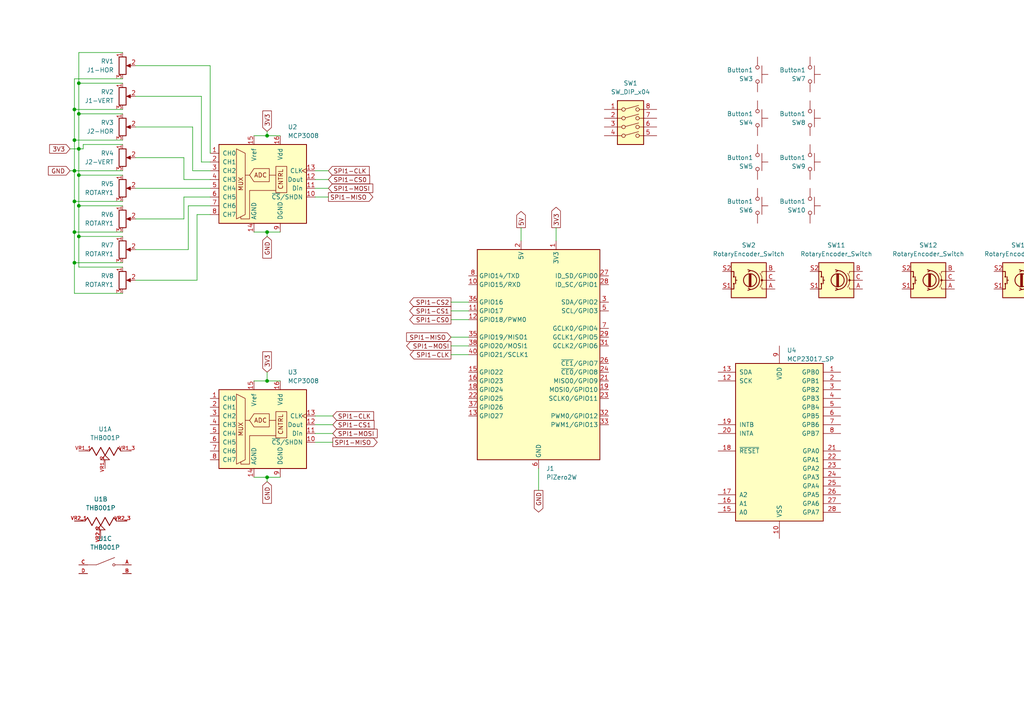
<source format=kicad_sch>
(kicad_sch (version 20231120) (generator "eeschema") (generator_version "8.0")
  (paper "A4")
  (lib_symbols
    (symbol "Analog_ADC:MCP3008" (pin_names (offset 1.016))
      (property "Reference" "U" (at -5.08 13.335 0))
      (property "Value" "MCP3008" (at -5.08 11.43 0))
      (symbol "MCP3008_0_0"
        (text "ADC" (at -0.635 1.27 0) (effects (font (size 1.27 1.27))))
        (text "CNTRL" (at 5.969 -2.921 900) (effects (font (size 1.27 1.27)) (justify left bottom)))
        (text "MUX" (at -6.35 -1.27 900) (effects (font (size 1.27 1.27))))
      )
      (symbol "MCP3008_0_1"
        (polyline (pts (xy -3.81 1.27) (xy -5.08 1.27)))
        (polyline (pts (xy 1.905 1.27) (xy 3.81 1.27)))
        (polyline (pts (xy -7.62 8.89) (xy -7.62 -11.43) (xy -5.08 -10.16) (xy -5.08 7.62) (xy -7.62 8.89)))
        (polyline (pts (xy 3.81 -3.175) (xy -3.81 -3.175) (xy -3.81 -11.43) (xy -6.35 -11.43) (xy -6.35 -10.795)))
        (polyline (pts (xy 1.905 3.175) (xy 1.905 -0.635) (xy -2.54 -0.635) (xy -3.81 1.27) (xy -2.54 3.175) (xy 1.905 3.175)))
        (rectangle (start 3.81 -3.81) (end 6.985 3.81))
        (rectangle (start 12.7 -12.7) (end -12.7 10.16) (stroke (width 0.254)) (fill (type background)))
      )
      (symbol "MCP3008_1_1"
        (pin input line (at -15.24 7.62 0) (length 2.54) (name "CH0") (number "1"))
        (pin input line (at 15.24 -5.08 180) (length 2.54) (name "~{CS}/SHDN") (number "10"))
        (pin input line (at 15.24 -2.54 180) (length 2.54) (name "Din") (number "11"))
        (pin output line (at 15.24 0 180) (length 2.54) (name "Dout") (number "12"))
        (pin input clock (at 15.24 2.54 180) (length 2.54) (name "CLK") (number "13"))
        (pin power_in line (at -2.54 -15.24 90) (length 2.54) (name "AGND") (number "14"))
        (pin power_in line (at -2.54 12.7 270) (length 2.54) (name "Vref") (number "15"))
        (pin power_in line (at 5.08 12.7 270) (length 2.54) (name "Vdd") (number "16"))
        (pin input line (at -15.24 5.08 0) (length 2.54) (name "CH1") (number "2"))
        (pin input line (at -15.24 2.54 0) (length 2.54) (name "CH2") (number "3"))
        (pin input line (at -15.24 0 0) (length 2.54) (name "CH3") (number "4"))
        (pin input line (at -15.24 -2.54 0) (length 2.54) (name "CH4") (number "5"))
        (pin input line (at -15.24 -5.08 0) (length 2.54) (name "CH5") (number "6"))
        (pin input line (at -15.24 -7.62 0) (length 2.54) (name "CH6") (number "7"))
        (pin input line (at -15.24 -10.16 0) (length 2.54) (name "CH7") (number "8"))
        (pin power_in line (at 5.08 -15.24 90) (length 2.54) (name "DGND") (number "9"))
      )
    )
    (symbol "Connector:Raspberry_Pi_2_3"
      (property "Reference" "J" (at -17.78 31.75 0))
      (property "Value" "Raspberry_Pi_2_3" (at 10.16 -31.75 0))
      (symbol "Raspberry_Pi_2_3_0_1"
        (rectangle (start -17.78 30.48) (end 17.78 -30.48) (stroke (width 0.254)) (fill (type background)))
      )
      (symbol "Raspberry_Pi_2_3_1_1"
        (pin power_in line (at 5.08 33.02 270) (length 2.54) (name "3V3") (number "1"))
        (pin bidirectional line (at -20.32 20.32 0) (length 2.54) (name "GPIO15/RXD") (number "10"))
        (pin bidirectional line (at -20.32 12.7 0) (length 2.54) (name "GPIO17") (number "11"))
        (pin bidirectional line (at -20.32 10.16 0) (length 2.54) (name "GPIO18/PWM0") (number "12"))
        (pin bidirectional line (at -20.32 -17.78 0) (length 2.54) (name "GPIO27") (number "13"))
        (pin passive line (at 0 -33.02 90) (length 2.54) hide (name "GND") (number "14"))
        (pin bidirectional line (at -20.32 -5.08 0) (length 2.54) (name "GPIO22") (number "15"))
        (pin bidirectional line (at -20.32 -7.62 0) (length 2.54) (name "GPIO23") (number "16"))
        (pin passive line (at 5.08 33.02 270) (length 2.54) hide (name "3V3") (number "17"))
        (pin bidirectional line (at -20.32 -10.16 0) (length 2.54) (name "GPIO24") (number "18"))
        (pin bidirectional line (at 20.32 -10.16 180) (length 2.54) (name "MOSI0/GPIO10") (number "19"))
        (pin power_in line (at -5.08 33.02 270) (length 2.54) (name "5V") (number "2"))
        (pin passive line (at 0 -33.02 90) (length 2.54) hide (name "GND") (number "20"))
        (pin bidirectional line (at 20.32 -7.62 180) (length 2.54) (name "MISO0/GPIO9") (number "21"))
        (pin bidirectional line (at -20.32 -12.7 0) (length 2.54) (name "GPIO25") (number "22"))
        (pin bidirectional line (at 20.32 -12.7 180) (length 2.54) (name "SCLK0/GPIO11") (number "23"))
        (pin bidirectional line (at 20.32 -5.08 180) (length 2.54) (name "~{CE0}/GPIO8") (number "24"))
        (pin passive line (at 0 -33.02 90) (length 2.54) hide (name "GND") (number "25"))
        (pin bidirectional line (at 20.32 -2.54 180) (length 2.54) (name "~{CE1}/GPIO7") (number "26"))
        (pin bidirectional line (at 20.32 22.86 180) (length 2.54) (name "ID_SD/GPIO0") (number "27"))
        (pin bidirectional line (at 20.32 20.32 180) (length 2.54) (name "ID_SC/GPIO1") (number "28"))
        (pin bidirectional line (at 20.32 5.08 180) (length 2.54) (name "GCLK1/GPIO5") (number "29"))
        (pin bidirectional line (at 20.32 15.24 180) (length 2.54) (name "SDA/GPIO2") (number "3"))
        (pin passive line (at 0 -33.02 90) (length 2.54) hide (name "GND") (number "30"))
        (pin bidirectional line (at 20.32 2.54 180) (length 2.54) (name "GCLK2/GPIO6") (number "31"))
        (pin bidirectional line (at 20.32 -17.78 180) (length 2.54) (name "PWM0/GPIO12") (number "32"))
        (pin bidirectional line (at 20.32 -20.32 180) (length 2.54) (name "PWM1/GPIO13") (number "33"))
        (pin passive line (at 0 -33.02 90) (length 2.54) hide (name "GND") (number "34"))
        (pin bidirectional line (at -20.32 5.08 0) (length 2.54) (name "GPIO19/MISO1") (number "35"))
        (pin bidirectional line (at -20.32 15.24 0) (length 2.54) (name "GPIO16") (number "36"))
        (pin bidirectional line (at -20.32 -15.24 0) (length 2.54) (name "GPIO26") (number "37"))
        (pin bidirectional line (at -20.32 2.54 0) (length 2.54) (name "GPIO20/MOSI1") (number "38"))
        (pin passive line (at 0 -33.02 90) (length 2.54) hide (name "GND") (number "39"))
        (pin passive line (at -5.08 33.02 270) (length 2.54) hide (name "5V") (number "4"))
        (pin bidirectional line (at -20.32 0 0) (length 2.54) (name "GPIO21/SCLK1") (number "40"))
        (pin bidirectional line (at 20.32 12.7 180) (length 2.54) (name "SCL/GPIO3") (number "5"))
        (pin power_in line (at 0 -33.02 90) (length 2.54) (name "GND") (number "6"))
        (pin bidirectional line (at 20.32 7.62 180) (length 2.54) (name "GCLK0/GPIO4") (number "7"))
        (pin bidirectional line (at -20.32 22.86 0) (length 2.54) (name "GPIO14/TXD") (number "8"))
        (pin passive line (at 0 -33.02 90) (length 2.54) hide (name "GND") (number "9"))
      )
    )
    (symbol "Device:R_Potentiometer" (pin_names (offset 1.016) hide)
      (property "Reference" "RV" (at -4.445 0 90))
      (property "Value" "R_Potentiometer" (at -2.54 0 90))
      (symbol "R_Potentiometer_0_1"
        (polyline (pts (xy 2.54 0) (xy 1.524 0)))
        (polyline (pts (xy 1.143 0) (xy 2.286 0.508) (xy 2.286 -0.508) (xy 1.143 0)) (fill (type outline)))
        (rectangle (start 1.016 2.54) (end -1.016 -2.54) (stroke (width 0.254)))
      )
      (symbol "R_Potentiometer_1_1"
        (pin passive line (at 0 3.81 270) (length 1.27) (name "1") (number "1"))
        (pin passive line (at 3.81 0 180) (length 1.27) (name "2") (number "2"))
        (pin passive line (at 0 -3.81 90) (length 1.27) (name "3") (number "3"))
      )
    )
    (symbol "Device:RotaryEncoder_Switch" (pin_names (offset 0.254) hide)
      (property "Reference" "SW" (at 0 6.604 0))
      (property "Value" "RotaryEncoder_Switch" (at 0 -6.604 0))
      (symbol "RotaryEncoder_Switch_0_1"
        (rectangle (start -5.08 5.08) (end 5.08 -5.08) (stroke (width 0.254)) (fill (type background)))
        (circle (center -3.81 0) (radius 0.254) (fill (type outline)))
        (circle (center -0.381 0) (radius 1.905) (stroke (width 0.254)))
        (arc (start -0.381 2.667) (mid -3.0988 -0.0635) (end -0.381 -2.794) (stroke (width 0.254)))
        (polyline (pts (xy -0.635 -1.778) (xy -0.635 1.778)) (stroke (width 0.254)))
        (polyline (pts (xy -0.381 -1.778) (xy -0.381 1.778)) (stroke (width 0.254)))
        (polyline (pts (xy -0.127 1.778) (xy -0.127 -1.778)) (stroke (width 0.254)))
        (polyline (pts (xy 3.81 0) (xy 3.429 0)) (stroke (width 0.254)))
        (polyline (pts (xy 3.81 1.016) (xy 3.81 -1.016)) (stroke (width 0.254)))
        (polyline (pts (xy -5.08 -2.54) (xy -3.81 -2.54) (xy -3.81 -2.032)))
        (polyline (pts (xy -5.08 2.54) (xy -3.81 2.54) (xy -3.81 2.032)))
        (polyline (pts (xy 0.254 -3.048) (xy -0.508 -2.794) (xy 0.127 -2.413)) (stroke (width 0.254)))
        (polyline (pts (xy 0.254 2.921) (xy -0.508 2.667) (xy 0.127 2.286)) (stroke (width 0.254)))
        (polyline (pts (xy 5.08 -2.54) (xy 4.318 -2.54) (xy 4.318 -1.016)) (stroke (width 0.254)))
        (polyline (pts (xy 5.08 2.54) (xy 4.318 2.54) (xy 4.318 1.016)) (stroke (width 0.254)))
        (polyline (pts (xy -5.08 0) (xy -3.81 0) (xy -3.81 -1.016) (xy -3.302 -2.032)))
        (polyline (pts (xy -4.318 0) (xy -3.81 0) (xy -3.81 1.016) (xy -3.302 2.032)))
        (circle (center 4.318 -1.016) (radius 0.127) (stroke (width 0.254)))
        (circle (center 4.318 1.016) (radius 0.127) (stroke (width 0.254)))
      )
      (symbol "RotaryEncoder_Switch_1_1"
        (pin passive line (at -7.62 2.54 0) (length 2.54) (name "A") (number "A"))
        (pin passive line (at -7.62 -2.54 0) (length 2.54) (name "B") (number "B"))
        (pin passive line (at -7.62 0 0) (length 2.54) (name "C") (number "C"))
        (pin passive line (at 7.62 2.54 180) (length 2.54) (name "S1") (number "S1"))
        (pin passive line (at 7.62 -2.54 180) (length 2.54) (name "S2") (number "S2"))
      )
    )
    (symbol "Interface_Expansion:MCP23017_SP" (pin_names (offset 1.016))
      (property "Reference" "U" (at -11.43 24.13 0))
      (property "Value" "MCP23017_SP" (at 0 0 0))
      (symbol "MCP23017_SP_0_1"
        (rectangle (start -12.7 22.86) (end 12.7 -22.86) (stroke (width 0.254)) (fill (type background)))
      )
      (symbol "MCP23017_SP_1_1"
        (pin bidirectional line (at 17.78 20.32 180) (length 5.08) (name "GPB0") (number "1"))
        (pin power_in line (at 0 -27.94 90) (length 5.08) (name "VSS") (number "10"))
        (pin no_connect line (at -12.7 15.24 0) (length 5.08) hide (name "NC") (number "11"))
        (pin input line (at -17.78 17.78 0) (length 5.08) (name "SCK") (number "12"))
        (pin bidirectional line (at -17.78 20.32 0) (length 5.08) (name "SDA") (number "13"))
        (pin no_connect line (at -12.7 12.7 0) (length 5.08) hide (name "NC") (number "14"))
        (pin input line (at -17.78 -20.32 0) (length 5.08) (name "A0") (number "15"))
        (pin input line (at -17.78 -17.78 0) (length 5.08) (name "A1") (number "16"))
        (pin input line (at -17.78 -15.24 0) (length 5.08) (name "A2") (number "17"))
        (pin input line (at -17.78 -2.54 0) (length 5.08) (name "~{RESET}") (number "18"))
        (pin tri_state line (at -17.78 5.08 0) (length 5.08) (name "INTB") (number "19"))
        (pin bidirectional line (at 17.78 17.78 180) (length 5.08) (name "GPB1") (number "2"))
        (pin tri_state line (at -17.78 2.54 0) (length 5.08) (name "INTA") (number "20"))
        (pin bidirectional line (at 17.78 -2.54 180) (length 5.08) (name "GPA0") (number "21"))
        (pin bidirectional line (at 17.78 -5.08 180) (length 5.08) (name "GPA1") (number "22"))
        (pin bidirectional line (at 17.78 -7.62 180) (length 5.08) (name "GPA2") (number "23"))
        (pin bidirectional line (at 17.78 -10.16 180) (length 5.08) (name "GPA3") (number "24"))
        (pin bidirectional line (at 17.78 -12.7 180) (length 5.08) (name "GPA4") (number "25"))
        (pin bidirectional line (at 17.78 -15.24 180) (length 5.08) (name "GPA5") (number "26"))
        (pin bidirectional line (at 17.78 -17.78 180) (length 5.08) (name "GPA6") (number "27"))
        (pin bidirectional line (at 17.78 -20.32 180) (length 5.08) (name "GPA7") (number "28"))
        (pin bidirectional line (at 17.78 15.24 180) (length 5.08) (name "GPB2") (number "3"))
        (pin bidirectional line (at 17.78 12.7 180) (length 5.08) (name "GPB3") (number "4"))
        (pin bidirectional line (at 17.78 10.16 180) (length 5.08) (name "GPB4") (number "5"))
        (pin bidirectional line (at 17.78 7.62 180) (length 5.08) (name "GPB5") (number "6"))
        (pin bidirectional line (at 17.78 5.08 180) (length 5.08) (name "GPB6") (number "7"))
        (pin bidirectional line (at 17.78 2.54 180) (length 5.08) (name "GPB7") (number "8"))
        (pin power_in line (at 0 27.94 270) (length 5.08) (name "VDD") (number "9"))
      )
    )
    (symbol "Switch:SW_DIP_x04" (pin_names (offset 0) hide)
      (property "Reference" "SW" (at 0 8.89 0))
      (property "Value" "SW_DIP_x04" (at 0 -6.35 0))
      (symbol "SW_DIP_x04_0_0"
        (circle (center -2.032 -2.54) (radius 0.508))
        (circle (center -2.032 0) (radius 0.508))
        (circle (center -2.032 2.54) (radius 0.508))
        (circle (center -2.032 5.08) (radius 0.508))
        (polyline (pts (xy -1.524 -2.3876) (xy 2.3622 -1.3462)))
        (polyline (pts (xy -1.524 0.127) (xy 2.3622 1.1684)))
        (polyline (pts (xy -1.524 2.667) (xy 2.3622 3.7084)))
        (polyline (pts (xy -1.524 5.207) (xy 2.3622 6.2484)))
        (circle (center 2.032 -2.54) (radius 0.508))
        (circle (center 2.032 0) (radius 0.508))
        (circle (center 2.032 2.54) (radius 0.508))
        (circle (center 2.032 5.08) (radius 0.508))
      )
      (symbol "SW_DIP_x04_0_1"
        (rectangle (start -3.81 7.62) (end 3.81 -5.08) (stroke (width 0.254)) (fill (type background)))
      )
      (symbol "SW_DIP_x04_1_1"
        (pin passive line (at -7.62 5.08 0) (length 5.08) (name "~") (number "1"))
        (pin passive line (at -7.62 2.54 0) (length 5.08) (name "~") (number "2"))
        (pin passive line (at -7.62 0 0) (length 5.08) (name "~") (number "3"))
        (pin passive line (at -7.62 -2.54 0) (length 5.08) (name "~") (number "4"))
        (pin passive line (at 7.62 -2.54 180) (length 5.08) (name "~") (number "5"))
        (pin passive line (at 7.62 0 180) (length 5.08) (name "~") (number "6"))
        (pin passive line (at 7.62 2.54 180) (length 5.08) (name "~") (number "7"))
        (pin passive line (at 7.62 5.08 180) (length 5.08) (name "~") (number "8"))
      )
    )
    (symbol "Switch:SW_Push" (pin_numbers hide) (pin_names (offset 1.016) hide)
      (property "Reference" "SW" (at 1.27 2.54 0))
      (property "Value" "SW_Push" (at 0 -1.524 0))
      (symbol "SW_Push_0_1"
        (circle (center -2.032 0) (radius 0.508))
        (polyline (pts (xy 0 1.27) (xy 0 3.048)))
        (polyline (pts (xy 2.54 1.27) (xy -2.54 1.27)))
        (circle (center 2.032 0) (radius 0.508))
        (pin passive line (at -5.08 0 0) (length 2.54) (name "1") (number "1"))
        (pin passive line (at 5.08 0 180) (length 2.54) (name "2") (number "2"))
      )
    )
    (symbol "THB001P:THB001P" (pin_names (offset 1.016))
      (property "Reference" "U" (at -5.08 5.08 0))
      (property "Value" "THB001P" (at -5.08 2.54 0))
      (symbol "THB001P_1_0"
        (polyline (pts (xy -5.08 0) (xy -4.572 0)) (stroke (width 0.1524)))
        (polyline (pts (xy -4.572 0) (xy -3.81 1.016)) (stroke (width 0.254)))
        (polyline (pts (xy -3.81 1.016) (xy -2.54 -1.27)) (stroke (width 0.254)))
        (polyline (pts (xy -2.54 -1.27) (xy -1.27 1.016)) (stroke (width 0.254)))
        (polyline (pts (xy -1.27 -2.54) (xy 0 -1.27)) (stroke (width 0.2032)))
        (polyline (pts (xy -1.27 1.016) (xy 0 -1.27)) (stroke (width 0.254)))
        (polyline (pts (xy 0 -1.27) (xy 1.27 -2.54)) (stroke (width 0.2032)))
        (polyline (pts (xy 0 -1.27) (xy 1.27 1.016)) (stroke (width 0.254)))
        (polyline (pts (xy 1.27 -2.54) (xy -1.27 -2.54)) (stroke (width 0.2032)))
        (polyline (pts (xy 1.27 1.016) (xy 2.54 -1.27)) (stroke (width 0.254)))
        (polyline (pts (xy 2.54 -1.27) (xy 3.81 1.016)) (stroke (width 0.254)))
        (polyline (pts (xy 3.81 1.016) (xy 4.572 0)) (stroke (width 0.254)))
        (polyline (pts (xy 4.572 0) (xy 5.08 0)) (stroke (width 0.1524)))
        (pin passive line (at -7.62 0 0) (length 2.54) (name "~") (number "VR1_1"))
        (pin passive line (at 0 -5.08 90) (length 2.54) (name "~") (number "VR1_2"))
        (pin passive line (at 7.62 0 180) (length 2.54) (name "~") (number "VR1_3"))
      )
      (symbol "THB001P_2_0"
        (polyline (pts (xy -5.08 0) (xy -4.572 0)) (stroke (width 0.1524)))
        (polyline (pts (xy -4.572 0) (xy -3.81 1.016)) (stroke (width 0.254)))
        (polyline (pts (xy -3.81 1.016) (xy -2.54 -1.27)) (stroke (width 0.254)))
        (polyline (pts (xy -2.54 -1.27) (xy -1.27 1.016)) (stroke (width 0.254)))
        (polyline (pts (xy -1.27 -2.54) (xy 0 -1.27)) (stroke (width 0.2032)))
        (polyline (pts (xy -1.27 1.016) (xy 0 -1.27)) (stroke (width 0.254)))
        (polyline (pts (xy 0 -1.27) (xy 1.27 -2.54)) (stroke (width 0.2032)))
        (polyline (pts (xy 0 -1.27) (xy 1.27 1.016)) (stroke (width 0.254)))
        (polyline (pts (xy 1.27 -2.54) (xy -1.27 -2.54)) (stroke (width 0.2032)))
        (polyline (pts (xy 1.27 1.016) (xy 2.54 -1.27)) (stroke (width 0.254)))
        (polyline (pts (xy 2.54 -1.27) (xy 3.81 1.016)) (stroke (width 0.254)))
        (polyline (pts (xy 3.81 1.016) (xy 4.572 0)) (stroke (width 0.254)))
        (polyline (pts (xy 4.572 0) (xy 5.08 0)) (stroke (width 0.1524)))
        (pin passive line (at -7.62 0 0) (length 2.54) (name "~") (number "VR2_1"))
        (pin passive line (at 0 -5.08 90) (length 2.54) (name "~") (number "VR2_2"))
        (pin passive line (at 7.62 0 180) (length 2.54) (name "~") (number "VR2_3"))
      )
      (symbol "THB001P_3_0"
        (polyline (pts (xy -2.54 0) (xy -5.08 0)) (stroke (width 0.1524)))
        (polyline (pts (xy -2.54 0) (xy 2.794 2.1336)) (stroke (width 0.1524)))
        (polyline (pts (xy 5.08 0) (xy 2.921 0)) (stroke (width 0.1524)))
        (circle (center 2.54 0) (radius 0.3302) (stroke (width 0.1524)))
        (pin passive line (at 7.62 0 180) (length 2.54) (name "~") (number "A"))
        (pin passive line (at 7.62 -2.54 180) (length 2.54) (name "~") (number "B"))
        (pin passive line (at -7.62 0 0) (length 2.54) (name "~") (number "C"))
        (pin passive line (at -7.62 -2.54 0) (length 2.54) (name "~") (number "D"))
      )
    )
  )
  (junction (at 77.47 138.43))
  (junction (at 21.59 76.2))
  (junction (at 22.86 59.69))
  (junction (at 22.86 33.02))
  (junction (at 21.59 67.31))
  (junction (at 22.86 24.13))
  (junction (at 21.59 40.64))
  (junction (at 22.86 43.18))
  (junction (at 22.86 68.58))
  (junction (at 77.47 110.49))
  (junction (at 21.59 49.53))
  (junction (at 21.59 31.75))
  (junction (at 21.59 58.42))
  (junction (at 77.47 39.37))
  (junction (at 22.86 50.8))
  (junction (at 77.47 67.31))
  (wire (pts (xy 91.44 52.07) (xy 95.25 52.07)))
  (wire (pts (xy 39.37 27.94) (xy 58.42 27.94)))
  (wire (pts (xy 35.56 67.31) (xy 21.59 67.31)))
  (wire (pts (xy 91.44 120.65) (xy 96.52 120.65)))
  (wire (pts (xy 57.15 81.28) (xy 57.15 62.23)))
  (wire (pts (xy 77.47 138.43) (xy 81.28 138.43)))
  (wire (pts (xy 77.47 110.49) (xy 81.28 110.49)))
  (wire (pts (xy 21.59 58.42) (xy 21.59 67.31)))
  (wire (pts (xy 35.56 33.02) (xy 22.86 33.02)))
  (wire (pts (xy 35.56 15.24) (xy 22.86 15.24)))
  (wire (pts (xy 73.66 138.43) (xy 77.47 138.43)))
  (wire (pts (xy 35.56 41.91) (xy 24.13 41.91)))
  (wire (pts (xy 35.56 50.8) (xy 22.86 50.8)))
  (wire (pts (xy 39.37 72.39) (xy 54.61 72.39)))
  (wire (pts (xy 81.28 39.37) (xy 77.47 39.37)))
  (wire (pts (xy 130.81 100.33) (xy 135.89 100.33)))
  (wire (pts (xy 21.59 49.53) (xy 35.56 49.53)))
  (wire (pts (xy 22.86 24.13) (xy 22.86 33.02)))
  (wire (pts (xy 21.59 40.64) (xy 35.56 40.64)))
  (wire (pts (xy 21.59 31.75) (xy 35.56 31.75)))
  (wire (pts (xy 35.56 85.09) (xy 21.59 85.09)))
  (wire (pts (xy 77.47 39.37) (xy 77.47 38.1)))
  (wire (pts (xy 53.34 57.15) (xy 60.96 57.15)))
  (wire (pts (xy 54.61 59.69) (xy 60.96 59.69)))
  (wire (pts (xy 21.59 40.64) (xy 21.59 49.53)))
  (wire (pts (xy 130.81 97.79) (xy 135.89 97.79)))
  (wire (pts (xy 130.81 90.17) (xy 135.89 90.17)))
  (wire (pts (xy 21.59 49.53) (xy 20.32 49.53)))
  (wire (pts (xy 53.34 45.72) (xy 53.34 52.07)))
  (wire (pts (xy 91.44 125.73) (xy 96.52 125.73)))
  (wire (pts (xy 21.59 67.31) (xy 21.59 76.2)))
  (wire (pts (xy 151.13 66.04) (xy 151.13 69.85)))
  (wire (pts (xy 39.37 54.61) (xy 60.96 54.61)))
  (wire (pts (xy 58.42 46.99) (xy 60.96 46.99)))
  (wire (pts (xy 55.88 49.53) (xy 60.96 49.53)))
  (wire (pts (xy 130.81 87.63) (xy 135.89 87.63)))
  (wire (pts (xy 21.59 76.2) (xy 21.59 85.09)))
  (wire (pts (xy 22.86 15.24) (xy 22.86 24.13)))
  (wire (pts (xy 39.37 36.83) (xy 55.88 36.83)))
  (wire (pts (xy 35.56 59.69) (xy 22.86 59.69)))
  (wire (pts (xy 91.44 123.19) (xy 96.52 123.19)))
  (wire (pts (xy 39.37 63.5) (xy 53.34 63.5)))
  (wire (pts (xy 156.21 135.89) (xy 156.21 142.24)))
  (wire (pts (xy 54.61 72.39) (xy 54.61 59.69)))
  (wire (pts (xy 21.59 31.75) (xy 21.59 40.64)))
  (wire (pts (xy 39.37 45.72) (xy 53.34 45.72)))
  (wire (pts (xy 73.66 110.49) (xy 77.47 110.49)))
  (wire (pts (xy 35.56 22.86) (xy 21.59 22.86)))
  (wire (pts (xy 57.15 62.23) (xy 60.96 62.23)))
  (wire (pts (xy 35.56 76.2) (xy 21.59 76.2)))
  (wire (pts (xy 35.56 77.47) (xy 22.86 77.47)))
  (wire (pts (xy 77.47 67.31) (xy 77.47 68.58)))
  (wire (pts (xy 77.47 138.43) (xy 77.47 139.7)))
  (wire (pts (xy 53.34 52.07) (xy 60.96 52.07)))
  (wire (pts (xy 22.86 50.8) (xy 22.86 59.69)))
  (wire (pts (xy 91.44 49.53) (xy 95.25 49.53)))
  (wire (pts (xy 20.32 43.18) (xy 22.86 43.18)))
  (wire (pts (xy 91.44 57.15) (xy 95.25 57.15)))
  (wire (pts (xy 22.86 68.58) (xy 22.86 77.47)))
  (wire (pts (xy 58.42 27.94) (xy 58.42 46.99)))
  (wire (pts (xy 22.86 59.69) (xy 22.86 68.58)))
  (wire (pts (xy 77.47 110.49) (xy 77.47 107.95)))
  (wire (pts (xy 53.34 63.5) (xy 53.34 57.15)))
  (wire (pts (xy 35.56 68.58) (xy 22.86 68.58)))
  (wire (pts (xy 81.28 67.31) (xy 77.47 67.31)))
  (wire (pts (xy 161.29 66.04) (xy 161.29 69.85)))
  (wire (pts (xy 55.88 36.83) (xy 55.88 49.53)))
  (wire (pts (xy 130.81 102.87) (xy 135.89 102.87)))
  (wire (pts (xy 24.13 41.91) (xy 24.13 43.18)))
  (wire (pts (xy 130.81 92.71) (xy 135.89 92.71)))
  (wire (pts (xy 21.59 58.42) (xy 21.59 49.53)))
  (wire (pts (xy 21.59 22.86) (xy 21.59 31.75)))
  (wire (pts (xy 73.66 67.31) (xy 77.47 67.31)))
  (wire (pts (xy 22.86 33.02) (xy 22.86 43.18)))
  (wire (pts (xy 73.66 39.37) (xy 77.47 39.37)))
  (wire (pts (xy 35.56 58.42) (xy 21.59 58.42)))
  (wire (pts (xy 22.86 50.8) (xy 22.86 43.18)))
  (wire (pts (xy 35.56 24.13) (xy 22.86 24.13)))
  (wire (pts (xy 60.96 19.05) (xy 60.96 44.45)))
  (wire (pts (xy 39.37 81.28) (xy 57.15 81.28)))
  (wire (pts (xy 24.13 43.18) (xy 22.86 43.18)))
  (wire (pts (xy 91.44 54.61) (xy 95.25 54.61)))
  (wire (pts (xy 91.44 128.27) (xy 96.52 128.27)))
  (wire (pts (xy 39.37 19.05) (xy 60.96 19.05)))
  (global_label "GND" (shape input) (at 20.32 49.53 180) (property "Intersheetrefs" "${INTERSHEET_REFS}" (effects (hide yes))))
  (global_label "SPI1-CS0" (shape input) (at 95.25 52.07 0) (property "Intersheetrefs" "${INTERSHEET_REFS}" (effects (hide yes))))
  (global_label "GND" (shape input) (at 77.47 68.58 270) (property "Intersheetrefs" "${INTERSHEET_REFS}" (effects (hide yes))))
  (global_label "SPI1-CLK" (shape output) (at 130.81 102.87 180) (property "Intersheetrefs" "${INTERSHEET_REFS}" (effects (hide yes))))
  (global_label "SPI1-CS1" (shape output) (at 130.81 90.17 180) (property "Intersheetrefs" "${INTERSHEET_REFS}" (effects (hide yes))))
  (global_label "SPI1-MISO" (shape output) (at 95.25 57.15 0) (property "Intersheetrefs" "${INTERSHEET_REFS}" (effects (hide yes))))
  (global_label "3V3" (shape input) (at 77.47 107.95 90) (property "Intersheetrefs" "${INTERSHEET_REFS}" (effects (hide yes))))
  (global_label "SPI1-MISO" (shape input) (at 130.81 97.79 180) (property "Intersheetrefs" "${INTERSHEET_REFS}" (effects (hide yes))))
  (global_label "3V3" (shape input) (at 20.32 43.18 180) (property "Intersheetrefs" "${INTERSHEET_REFS}" (effects (hide yes))))
  (global_label "SPI1-CLK" (shape input) (at 96.52 120.65 0) (property "Intersheetrefs" "${INTERSHEET_REFS}" (effects (hide yes))))
  (global_label "SPI1-CLK" (shape input) (at 95.25 49.53 0) (property "Intersheetrefs" "${INTERSHEET_REFS}" (effects (hide yes))))
  (global_label "GND" (shape output) (at 156.21 142.24 270) (property "Intersheetrefs" "${INTERSHEET_REFS}" (effects (hide yes))))
  (global_label "5V" (shape output) (at 151.13 66.04 90) (property "Intersheetrefs" "${INTERSHEET_REFS}" (effects (hide yes))))
  (global_label "3V3" (shape output) (at 161.29 66.04 90) (property "Intersheetrefs" "${INTERSHEET_REFS}" (effects (hide yes))))
  (global_label "SPI1-MISO" (shape output) (at 96.52 128.27 0) (property "Intersheetrefs" "${INTERSHEET_REFS}" (effects (hide yes))))
  (global_label "SPI1-MOSI" (shape input) (at 95.25 54.61 0) (property "Intersheetrefs" "${INTERSHEET_REFS}" (effects (hide yes))))
  (global_label "SPI1-CS2" (shape output) (at 130.81 87.63 180) (property "Intersheetrefs" "${INTERSHEET_REFS}" (effects (hide yes))))
  (global_label "SPI1-CS0" (shape output) (at 130.81 92.71 180) (property "Intersheetrefs" "${INTERSHEET_REFS}" (effects (hide yes))))
  (global_label "3V3" (shape input) (at 77.47 38.1 90) (property "Intersheetrefs" "${INTERSHEET_REFS}" (effects (hide yes))))
  (global_label "SPI1-MOSI" (shape input) (at 96.52 125.73 0) (property "Intersheetrefs" "${INTERSHEET_REFS}" (effects (hide yes))))
  (global_label "SPI1-MOSI" (shape output) (at 130.81 100.33 180) (property "Intersheetrefs" "${INTERSHEET_REFS}" (effects (hide yes))))
  (global_label "GND" (shape input) (at 77.47 139.7 270) (property "Intersheetrefs" "${INTERSHEET_REFS}" (effects (hide yes))))
  (global_label "SPI1-CS1" (shape input) (at 96.52 123.19 0) (property "Intersheetrefs" "${INTERSHEET_REFS}" (effects (hide yes))))
  (symbol (lib_id "Analog_ADC:MCP3008") (at 76.2 123.19 0) (unit 1)
    (property "Reference" "U3" (at 83.4741 107.95 0) (effects (justify left)))
    (property "Value" "MCP3008" (at 83.4741 110.49 0) (effects (justify left)))
    (property "Datasheet" "http://ww1.microchip.com/downloads/en/DeviceDoc/21295d.pdf" (effects (hide yes)))
    (property "Description" "A/D Converter, 10-Bit, 8-Channel, SPI Interface , 2.7V-5.5V" (effects (hide yes)))
  )
  (symbol (lib_id "Device:R_Potentiometer") (at 35.56 45.72 0) (unit 1)
    (property "Reference" "RV4" (at 33.02 44.4499 0) (effects (justify right)))
    (property "Value" "J2-VERT" (at 33.02 46.9899 0) (effects (justify right)))
    (property "Description" "Potentiometer" (effects (hide yes)))
  )
  (symbol (lib_id "Switch:SW_Push") (at 219.71 59.69 270) (unit 1)
    (property "Reference" "SW6" (at 218.44 60.9601 90) (effects (justify right)))
    (property "Value" "Button1" (at 218.44 58.4201 90) (effects (justify right)))
    (property "Description" "Push button switch, generic, two pins" (effects (hide yes)))
  )
  (symbol (lib_id "Connector:Raspberry_Pi_2_3") (at 156.21 102.87 0) (unit 1)
    (property "Reference" "J1" (at 158.4041 135.89 0) (effects (justify left)))
    (property "Value" "PiZero2W" (at 158.4041 138.43 0) (effects (justify left)))
    (property "Datasheet" "https://www.raspberrypi.org/documentation/hardware/raspberrypi/schematics/rpi_SCH_3bplus_1p0_reduced.pdf" (effects (hide yes)))
    (property "Description" "expansion header for Raspberry Pi 2 & 3" (effects (hide yes)))
  )
  (symbol (lib_id "Device:R_Potentiometer") (at 35.56 63.5 0) (unit 1)
    (property "Reference" "RV6" (at 33.02 62.2299 0) (effects (justify right)))
    (property "Value" "ROTARY1" (at 33.02 64.7699 0) (effects (justify right)))
    (property "Description" "Potentiometer" (effects (hide yes)))
  )
  (symbol (lib_id "Switch:SW_DIP_x04") (at 182.88 36.83 0) (unit 1)
    (property "Reference" "SW1" (at 182.88 24.13 0))
    (property "Value" "SW_DIP_x04" (at 182.88 26.67 0))
    (property "Description" "4x DIP Switch, Single Pole Single Throw (SPST) switch, small symbol" (effects (hide yes)))
  )
  (symbol (lib_id "Switch:SW_Push") (at 234.95 34.29 270) (unit 1)
    (property "Reference" "SW8" (at 233.68 35.5601 90) (effects (justify right)))
    (property "Value" "Button1" (at 233.68 33.0201 90) (effects (justify right)))
    (property "Description" "Push button switch, generic, two pins" (effects (hide yes)))
  )
  (symbol (lib_id "Switch:SW_Push") (at 219.71 46.99 270) (unit 1)
    (property "Reference" "SW5" (at 218.44 48.2601 90) (effects (justify right)))
    (property "Value" "Button1" (at 218.44 45.7201 90) (effects (justify right)))
    (property "Description" "Push button switch, generic, two pins" (effects (hide yes)))
  )
  (symbol (lib_id "Switch:SW_Push") (at 234.95 21.59 270) (unit 1)
    (property "Reference" "SW7" (at 233.68 22.8601 90) (effects (justify right)))
    (property "Value" "Button1" (at 233.68 20.3201 90) (effects (justify right)))
    (property "Description" "Push button switch, generic, two pins" (effects (hide yes)))
  )
  (symbol (lib_id "Device:R_Potentiometer") (at 35.56 36.83 0) (unit 1)
    (property "Reference" "RV3" (at 33.02 35.5599 0) (effects (justify right)))
    (property "Value" "J2-HOR" (at 33.02 38.0999 0) (effects (justify right)))
    (property "Description" "Potentiometer" (effects (hide yes)))
  )
  (symbol (lib_id "Device:R_Potentiometer") (at 35.56 72.39 0) (unit 1)
    (property "Reference" "RV7" (at 33.02 71.1199 0) (effects (justify right)))
    (property "Value" "ROTARY1" (at 33.02 73.6599 0) (effects (justify right)))
    (property "Description" "Potentiometer" (effects (hide yes)))
  )
  (symbol (lib_id "Device:RotaryEncoder_Switch") (at 295.91 81.28 180) (unit 1)
    (property "Reference" "SW13" (at 295.91 71.12 0))
    (property "Value" "RotaryEncoder_Switch" (at 295.91 73.66 0))
    (property "Description" "Rotary encoder, dual channel, incremental quadrate outputs, with switch" (effects (hide yes)))
  )
  (symbol (lib_id "Device:R_Potentiometer") (at 35.56 27.94 0) (unit 1)
    (property "Reference" "RV2" (at 33.02 26.6699 0) (effects (justify right)))
    (property "Value" "J1-VERT" (at 33.02 29.2099 0) (effects (justify right)))
    (property "Description" "Potentiometer" (effects (hide yes)))
  )
  (symbol (lib_id "Device:RotaryEncoder_Switch") (at 217.17 81.28 180) (unit 1)
    (property "Reference" "SW2" (at 217.17 71.12 0))
    (property "Value" "RotaryEncoder_Switch" (at 217.17 73.66 0))
    (property "Description" "Rotary encoder, dual channel, incremental quadrate outputs, with switch" (effects (hide yes)))
  )
  (symbol (lib_id "Interface_Expansion:MCP23017_SP") (at 226.06 128.27 0) (unit 1)
    (property "Reference" "U4" (at 228.2541 101.6 0) (effects (justify left)))
    (property "Value" "MCP23017_SP" (at 228.2541 104.14 0) (effects (justify left)))
    (property "Footprint" "Package_DIP:DIP-28_W7.62mm" (effects (hide yes)))
    (property "Datasheet" "http://ww1.microchip.com/downloads/en/DeviceDoc/20001952C.pdf" (effects (hide yes)))
    (property "Description" "16-bit I/O expander, I2C, interrupts, w pull-ups, SPDIP-28" (effects (hide yes)))
  )
  (symbol (lib_id "Switch:SW_Push") (at 219.71 21.59 270) (unit 1)
    (property "Reference" "SW3" (at 218.44 22.8601 90) (effects (justify right)))
    (property "Value" "Button1" (at 218.44 20.3201 90) (effects (justify right)))
    (property "Description" "Push button switch, generic, two pins" (effects (hide yes)))
  )
  (symbol (lib_id "Device:RotaryEncoder_Switch") (at 269.24 81.28 180) (unit 1)
    (property "Reference" "SW12" (at 269.24 71.12 0))
    (property "Value" "RotaryEncoder_Switch" (at 269.24 73.66 0))
    (property "Description" "Rotary encoder, dual channel, incremental quadrate outputs, with switch" (effects (hide yes)))
  )
  (symbol (lib_id "Device:R_Potentiometer") (at 35.56 81.28 0) (unit 1)
    (property "Reference" "RV8" (at 33.02 80.0099 0) (effects (justify right)))
    (property "Value" "ROTARY1" (at 33.02 82.5499 0) (effects (justify right)))
    (property "Description" "Potentiometer" (effects (hide yes)))
  )
  (symbol (lib_id "Analog_ADC:MCP3008") (at 76.2 52.07 0) (unit 1)
    (property "Reference" "U2" (at 83.4741 36.83 0) (effects (justify left)))
    (property "Value" "MCP3008" (at 83.4741 39.37 0) (effects (justify left)))
    (property "Datasheet" "http://ww1.microchip.com/downloads/en/DeviceDoc/21295d.pdf" (effects (hide yes)))
    (property "Description" "A/D Converter, 10-Bit, 8-Channel, SPI Interface , 2.7V-5.5V" (effects (hide yes)))
  )
  (symbol (lib_id "Switch:SW_Push") (at 234.95 46.99 270) (unit 1)
    (property "Reference" "SW9" (at 233.68 48.2601 90) (effects (justify right)))
    (property "Value" "Button1" (at 233.68 45.7201 90) (effects (justify right)))
    (property "Description" "Push button switch, generic, two pins" (effects (hide yes)))
  )
  (symbol (lib_id "THB001P:THB001P") (at 29.21 151.13 0) (unit 2)
    (property "Reference" "U1" (at 29.21 144.78 0))
    (property "Value" "THB001P" (at 29.21 147.32 0))
    (property "Footprint" "THB001P:CNK_THB001P" (effects (hide yes)))
    (property "PARTREV" "27 Jan 22" (effects (hide yes)))
    (property "MANUFACTURER" "CNK" (effects (hide yes)))
    (property "STANDARD" "Manufacturer Recommendations" (effects (hide yes)))
    (property "MAXIMUM_PACKAGE_HEIGHT" "19.85mm" (effects (hide yes)))
    (property "SNAPEDA_PN" "THB001P" (effects (hide yes)))
  )
  (symbol (lib_id "Device:RotaryEncoder_Switch") (at 242.57 81.28 180) (unit 1)
    (property "Reference" "SW11" (at 242.57 71.12 0))
    (property "Value" "RotaryEncoder_Switch" (at 242.57 73.66 0))
    (property "Description" "Rotary encoder, dual channel, incremental quadrate outputs, with switch" (effects (hide yes)))
  )
  (symbol (lib_id "Switch:SW_Push") (at 219.71 34.29 270) (unit 1)
    (property "Reference" "SW4" (at 218.44 35.5601 90) (effects (justify right)))
    (property "Value" "Button1" (at 218.44 33.0201 90) (effects (justify right)))
    (property "Description" "Push button switch, generic, two pins" (effects (hide yes)))
  )
  (symbol (lib_id "THB001P:THB001P") (at 30.48 163.83 0) (unit 3)
    (property "Reference" "U1" (at 30.48 156.21 0))
    (property "Value" "THB001P" (at 30.48 158.75 0))
    (property "Footprint" "THB001P:CNK_THB001P" (effects (hide yes)))
    (property "PARTREV" "27 Jan 22" (effects (hide yes)))
    (property "MANUFACTURER" "CNK" (effects (hide yes)))
    (property "STANDARD" "Manufacturer Recommendations" (effects (hide yes)))
    (property "MAXIMUM_PACKAGE_HEIGHT" "19.85mm" (effects (hide yes)))
    (property "SNAPEDA_PN" "THB001P" (effects (hide yes)))
  )
  (symbol (lib_id "Switch:SW_Push") (at 234.95 59.69 270) (unit 1)
    (property "Reference" "SW10" (at 233.68 60.9601 90) (effects (justify right)))
    (property "Value" "Button1" (at 233.68 58.4201 90) (effects (justify right)))
    (property "Description" "Push button switch, generic, two pins" (effects (hide yes)))
  )
  (symbol (lib_id "Device:R_Potentiometer") (at 35.56 19.05 0) (unit 1)
    (property "Reference" "RV1" (at 33.02 17.7799 0) (effects (justify right)))
    (property "Value" "J1-HOR" (at 33.02 20.3199 0) (effects (justify right)))
    (property "Description" "Potentiometer" (effects (hide yes)))
  )
  (symbol (lib_id "THB001P:THB001P") (at 30.48 130.81 0) (unit 1)
    (property "Reference" "U1" (at 30.48 124.46 0))
    (property "Value" "THB001P" (at 30.48 127 0))
    (property "Footprint" "THB001P:CNK_THB001P" (effects (hide yes)))
    (property "PARTREV" "27 Jan 22" (effects (hide yes)))
    (property "MANUFACTURER" "CNK" (effects (hide yes)))
    (property "STANDARD" "Manufacturer Recommendations" (effects (hide yes)))
    (property "MAXIMUM_PACKAGE_HEIGHT" "19.85mm" (effects (hide yes)))
    (property "SNAPEDA_PN" "THB001P" (effects (hide yes)))
  )
  (symbol (lib_id "Device:R_Potentiometer") (at 35.56 54.61 0) (unit 1)
    (property "Reference" "RV5" (at 33.02 53.3399 0) (effects (justify right)))
    (property "Value" "ROTARY1" (at 33.02 55.8799 0) (effects (justify right)))
    (property "Description" "Potentiometer" (effects (hide yes)))
  )
)
</source>
